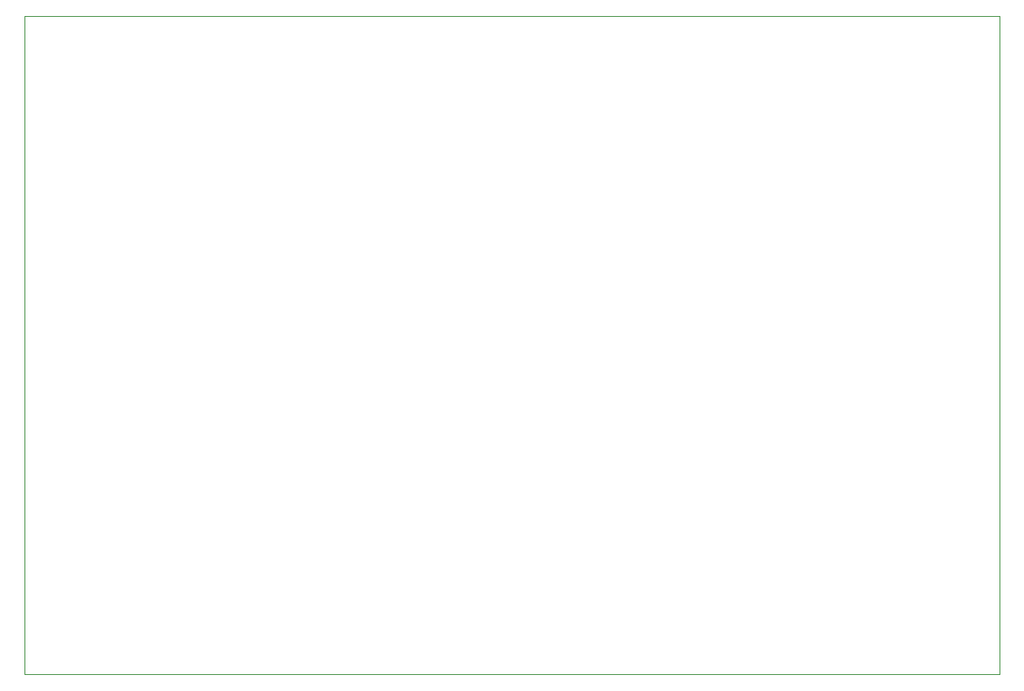
<source format=gbr>
G04 #@! TF.GenerationSoftware,KiCad,Pcbnew,(5.1.0)-1*
G04 #@! TF.CreationDate,2019-05-24T09:31:27-04:00*
G04 #@! TF.ProjectId,Tardis Board,54617264-6973-4204-926f-6172642e6b69,rev?*
G04 #@! TF.SameCoordinates,Original*
G04 #@! TF.FileFunction,Profile,NP*
%FSLAX46Y46*%
G04 Gerber Fmt 4.6, Leading zero omitted, Abs format (unit mm)*
G04 Created by KiCad (PCBNEW (5.1.0)-1) date 2019-05-24 09:31:27*
%MOMM*%
%LPD*%
G04 APERTURE LIST*
%ADD10C,0.050000*%
G04 APERTURE END LIST*
D10*
X85090000Y-106680000D02*
X85090000Y-40640000D01*
X182880000Y-106680000D02*
X85090000Y-106680000D01*
X182880000Y-40640000D02*
X182880000Y-106680000D01*
X85090000Y-40640000D02*
X182880000Y-40640000D01*
M02*

</source>
